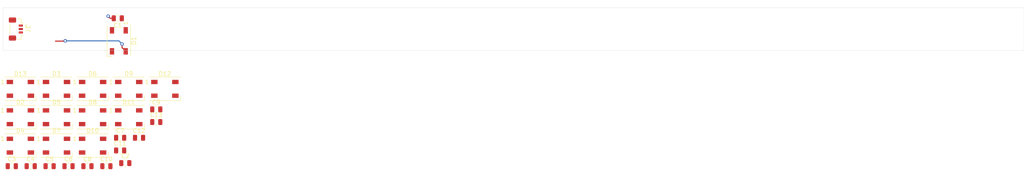
<source format=kicad_pcb>
(kicad_pcb (version 20171130) (host pcbnew "(5.1.5)-3")

  (general
    (thickness 1.6)
    (drawings 4)
    (tracks 11)
    (zones 0)
    (modules 27)
    (nets 17)
  )

  (page A4)
  (layers
    (0 F.Cu signal)
    (31 B.Cu signal)
    (32 B.Adhes user)
    (33 F.Adhes user)
    (34 B.Paste user)
    (35 F.Paste user)
    (36 B.SilkS user)
    (37 F.SilkS user)
    (38 B.Mask user)
    (39 F.Mask user)
    (40 Dwgs.User user)
    (41 Cmts.User user)
    (42 Eco1.User user)
    (43 Eco2.User user)
    (44 Edge.Cuts user)
    (45 Margin user)
    (46 B.CrtYd user)
    (47 F.CrtYd user)
    (48 B.Fab user)
    (49 F.Fab user)
  )

  (setup
    (last_trace_width 0.25)
    (trace_clearance 0.2)
    (zone_clearance 0.508)
    (zone_45_only no)
    (trace_min 0.2)
    (via_size 0.8)
    (via_drill 0.4)
    (via_min_size 0.4)
    (via_min_drill 0.3)
    (uvia_size 0.3)
    (uvia_drill 0.1)
    (uvias_allowed no)
    (uvia_min_size 0.2)
    (uvia_min_drill 0.1)
    (edge_width 0.05)
    (segment_width 0.2)
    (pcb_text_width 0.3)
    (pcb_text_size 1.5 1.5)
    (mod_edge_width 0.12)
    (mod_text_size 1 1)
    (mod_text_width 0.15)
    (pad_size 1.524 1.524)
    (pad_drill 0.762)
    (pad_to_mask_clearance 0.051)
    (solder_mask_min_width 0.25)
    (aux_axis_origin 0 0)
    (grid_origin 20.25 21.5)
    (visible_elements 7FFFFFFF)
    (pcbplotparams
      (layerselection 0x010fc_ffffffff)
      (usegerberextensions false)
      (usegerberattributes false)
      (usegerberadvancedattributes false)
      (creategerberjobfile false)
      (excludeedgelayer true)
      (linewidth 0.100000)
      (plotframeref false)
      (viasonmask false)
      (mode 1)
      (useauxorigin false)
      (hpglpennumber 1)
      (hpglpenspeed 20)
      (hpglpendiameter 15.000000)
      (psnegative false)
      (psa4output false)
      (plotreference true)
      (plotvalue true)
      (plotinvisibletext false)
      (padsonsilk false)
      (subtractmaskfromsilk false)
      (outputformat 1)
      (mirror false)
      (drillshape 1)
      (scaleselection 1)
      (outputdirectory ""))
  )

  (net 0 "")
  (net 1 +5V)
  (net 2 GND)
  (net 3 SIG)
  (net 4 "Net-(D1-Pad2)")
  (net 5 "Net-(D2-Pad2)")
  (net 6 "Net-(D3-Pad2)")
  (net 7 "Net-(D4-Pad2)")
  (net 8 "Net-(D5-Pad2)")
  (net 9 "Net-(D6-Pad2)")
  (net 10 DOUT7)
  (net 11 "Net-(D8-Pad2)")
  (net 12 "Net-(D10-Pad4)")
  (net 13 "Net-(D10-Pad2)")
  (net 14 "Net-(D11-Pad2)")
  (net 15 "Net-(D12-Pad2)")
  (net 16 "Net-(D13-Pad2)")

  (net_class Default "This is the default net class."
    (clearance 0.2)
    (trace_width 0.25)
    (via_dia 0.8)
    (via_drill 0.4)
    (uvia_dia 0.3)
    (uvia_drill 0.1)
    (add_net +5V)
    (add_net DOUT7)
    (add_net GND)
    (add_net "Net-(D1-Pad2)")
    (add_net "Net-(D10-Pad2)")
    (add_net "Net-(D10-Pad4)")
    (add_net "Net-(D11-Pad2)")
    (add_net "Net-(D12-Pad2)")
    (add_net "Net-(D13-Pad2)")
    (add_net "Net-(D2-Pad2)")
    (add_net "Net-(D3-Pad2)")
    (add_net "Net-(D4-Pad2)")
    (add_net "Net-(D5-Pad2)")
    (add_net "Net-(D6-Pad2)")
    (add_net "Net-(D8-Pad2)")
    (add_net SIG)
  )

  (module Connector_JST:JST_SUR_SM03B-SURS-TF_1x03-1MP_P0.80mm_Horizontal (layer F.Cu) (tedit 5B78AD88) (tstamp 5FE333E7)
    (at 23.25 26.5 270)
    (descr "JST SUR series connector, SM03B-SURS-TF (http://www.jst-mfg.com/product/pdf/eng/eSUR.pdf), generated with kicad-footprint-generator")
    (tags "connector JST SUR top entry")
    (path /5FE21D46)
    (attr smd)
    (fp_text reference J1 (at 0 -2.85 90) (layer F.SilkS)
      (effects (font (size 1 1) (thickness 0.15)))
    )
    (fp_text value Conn_01x03_Male (at 0 2.85 90) (layer F.Fab)
      (effects (font (size 1 1) (thickness 0.15)))
    )
    (fp_text user %R (at 0 0 90) (layer F.Fab)
      (effects (font (size 1 1) (thickness 0.15)))
    )
    (fp_line (start -0.55 -2.503553) (end -1.05 -2.503553) (layer F.SilkS) (width 0.12))
    (fp_line (start -0.8 -2.15) (end -0.55 -2.503553) (layer F.SilkS) (width 0.12))
    (fp_line (start -1.05 -2.503553) (end -0.8 -2.15) (layer F.SilkS) (width 0.12))
    (fp_line (start -0.8 -0.692893) (end -0.3 -1.4) (layer F.Fab) (width 0.1))
    (fp_line (start -1.3 -1.4) (end -0.8 -0.692893) (layer F.Fab) (width 0.1))
    (fp_line (start 3.2 -2.15) (end -3.2 -2.15) (layer F.CrtYd) (width 0.05))
    (fp_line (start 3.2 2.15) (end 3.2 -2.15) (layer F.CrtYd) (width 0.05))
    (fp_line (start -3.2 2.15) (end 3.2 2.15) (layer F.CrtYd) (width 0.05))
    (fp_line (start -3.2 -2.15) (end -3.2 2.15) (layer F.CrtYd) (width 0.05))
    (fp_line (start 2.3 -1.1) (end 2.3 1.3) (layer F.Fab) (width 0.1))
    (fp_line (start -2.3 -1.1) (end -2.3 1.3) (layer F.Fab) (width 0.1))
    (fp_line (start -2.3 1.3) (end 2.3 1.3) (layer F.Fab) (width 0.1))
    (fp_line (start -1.24 1.41) (end 1.24 1.41) (layer F.SilkS) (width 0.12))
    (fp_line (start 1.56 -1.51) (end 1.31 -1.51) (layer F.SilkS) (width 0.12))
    (fp_line (start 1.56 -1.21) (end 1.56 -1.51) (layer F.SilkS) (width 0.12))
    (fp_line (start 2.41 -1.21) (end 1.56 -1.21) (layer F.SilkS) (width 0.12))
    (fp_line (start 2.41 -0.31) (end 2.41 -1.21) (layer F.SilkS) (width 0.12))
    (fp_line (start -1.31 -1.51) (end -1.31 -1.65) (layer F.SilkS) (width 0.12))
    (fp_line (start -1.56 -1.51) (end -1.31 -1.51) (layer F.SilkS) (width 0.12))
    (fp_line (start -1.56 -1.21) (end -1.56 -1.51) (layer F.SilkS) (width 0.12))
    (fp_line (start -2.41 -1.21) (end -1.56 -1.21) (layer F.SilkS) (width 0.12))
    (fp_line (start -2.41 -0.31) (end -2.41 -1.21) (layer F.SilkS) (width 0.12))
    (fp_line (start 1.45 -1.1) (end 2.3 -1.1) (layer F.Fab) (width 0.1))
    (fp_line (start 1.45 -1.4) (end 1.45 -1.1) (layer F.Fab) (width 0.1))
    (fp_line (start -1.45 -1.4) (end 1.45 -1.4) (layer F.Fab) (width 0.1))
    (fp_line (start -1.45 -1.1) (end -1.45 -1.4) (layer F.Fab) (width 0.1))
    (fp_line (start -2.3 -1.1) (end -1.45 -1.1) (layer F.Fab) (width 0.1))
    (pad MP smd roundrect (at 2.1 0.8 270) (size 1.2 1.7) (layers F.Cu F.Paste F.Mask) (roundrect_rratio 0.208333))
    (pad MP smd roundrect (at -2.1 0.8 270) (size 1.2 1.7) (layers F.Cu F.Paste F.Mask) (roundrect_rratio 0.208333))
    (pad 3 smd roundrect (at 0.8 -1.15 270) (size 0.5 1) (layers F.Cu F.Paste F.Mask) (roundrect_rratio 0.25)
      (net 2 GND))
    (pad 2 smd roundrect (at 0 -1.15 270) (size 0.5 1) (layers F.Cu F.Paste F.Mask) (roundrect_rratio 0.25)
      (net 3 SIG))
    (pad 1 smd roundrect (at -0.8 -1.15 270) (size 0.5 1) (layers F.Cu F.Paste F.Mask) (roundrect_rratio 0.25)
      (net 1 +5V))
    (model ${KISYS3DMOD}/Connector_JST.3dshapes/JST_SUR_SM03B-SURS-TF_1x03-1MP_P0.80mm_Horizontal.wrl
      (at (xyz 0 0 0))
      (scale (xyz 1 1 1))
      (rotate (xyz 0 0 0))
    )
  )

  (module LED_SMD:LED_WS2812B_PLCC4_5.0x5.0mm_P3.2mm (layer F.Cu) (tedit 5AA4B285) (tstamp 5FE31113)
    (at 24.295 40.445)
    (descr https://cdn-shop.adafruit.com/datasheets/WS2812B.pdf)
    (tags "LED RGB NeoPixel")
    (path /5FEA6E4C)
    (attr smd)
    (fp_text reference D13 (at 0 -3.5) (layer F.SilkS)
      (effects (font (size 1 1) (thickness 0.15)))
    )
    (fp_text value WS2812B (at 0 4) (layer F.Fab)
      (effects (font (size 1 1) (thickness 0.15)))
    )
    (fp_circle (center 0 0) (end 0 -2) (layer F.Fab) (width 0.1))
    (fp_line (start 3.65 2.75) (end 3.65 1.6) (layer F.SilkS) (width 0.12))
    (fp_line (start -3.65 2.75) (end 3.65 2.75) (layer F.SilkS) (width 0.12))
    (fp_line (start -3.65 -2.75) (end 3.65 -2.75) (layer F.SilkS) (width 0.12))
    (fp_line (start 2.5 -2.5) (end -2.5 -2.5) (layer F.Fab) (width 0.1))
    (fp_line (start 2.5 2.5) (end 2.5 -2.5) (layer F.Fab) (width 0.1))
    (fp_line (start -2.5 2.5) (end 2.5 2.5) (layer F.Fab) (width 0.1))
    (fp_line (start -2.5 -2.5) (end -2.5 2.5) (layer F.Fab) (width 0.1))
    (fp_line (start 2.5 1.5) (end 1.5 2.5) (layer F.Fab) (width 0.1))
    (fp_line (start -3.45 -2.75) (end -3.45 2.75) (layer F.CrtYd) (width 0.05))
    (fp_line (start -3.45 2.75) (end 3.45 2.75) (layer F.CrtYd) (width 0.05))
    (fp_line (start 3.45 2.75) (end 3.45 -2.75) (layer F.CrtYd) (width 0.05))
    (fp_line (start 3.45 -2.75) (end -3.45 -2.75) (layer F.CrtYd) (width 0.05))
    (fp_text user %R (at 0 0) (layer F.Fab)
      (effects (font (size 0.8 0.8) (thickness 0.15)))
    )
    (fp_text user 1 (at -4.15 -1.6) (layer F.SilkS)
      (effects (font (size 1 1) (thickness 0.15)))
    )
    (pad 1 smd rect (at -2.45 -1.6) (size 1.5 1) (layers F.Cu F.Paste F.Mask)
      (net 1 +5V))
    (pad 2 smd rect (at -2.45 1.6) (size 1.5 1) (layers F.Cu F.Paste F.Mask)
      (net 16 "Net-(D13-Pad2)"))
    (pad 4 smd rect (at 2.45 -1.6) (size 1.5 1) (layers F.Cu F.Paste F.Mask)
      (net 15 "Net-(D12-Pad2)"))
    (pad 3 smd rect (at 2.45 1.6) (size 1.5 1) (layers F.Cu F.Paste F.Mask)
      (net 2 GND))
    (model ${KISYS3DMOD}/LED_SMD.3dshapes/LED_WS2812B_PLCC4_5.0x5.0mm_P3.2mm.wrl
      (at (xyz 0 0 0))
      (scale (xyz 1 1 1))
      (rotate (xyz 0 0 0))
    )
  )

  (module LED_SMD:LED_WS2812B_PLCC4_5.0x5.0mm_P3.2mm (layer F.Cu) (tedit 5AA4B285) (tstamp 5FE310FC)
    (at 57.975 40.445)
    (descr https://cdn-shop.adafruit.com/datasheets/WS2812B.pdf)
    (tags "LED RGB NeoPixel")
    (path /5FEA6E46)
    (attr smd)
    (fp_text reference D12 (at 0 -3.5) (layer F.SilkS)
      (effects (font (size 1 1) (thickness 0.15)))
    )
    (fp_text value WS2812B (at 0 4) (layer F.Fab)
      (effects (font (size 1 1) (thickness 0.15)))
    )
    (fp_circle (center 0 0) (end 0 -2) (layer F.Fab) (width 0.1))
    (fp_line (start 3.65 2.75) (end 3.65 1.6) (layer F.SilkS) (width 0.12))
    (fp_line (start -3.65 2.75) (end 3.65 2.75) (layer F.SilkS) (width 0.12))
    (fp_line (start -3.65 -2.75) (end 3.65 -2.75) (layer F.SilkS) (width 0.12))
    (fp_line (start 2.5 -2.5) (end -2.5 -2.5) (layer F.Fab) (width 0.1))
    (fp_line (start 2.5 2.5) (end 2.5 -2.5) (layer F.Fab) (width 0.1))
    (fp_line (start -2.5 2.5) (end 2.5 2.5) (layer F.Fab) (width 0.1))
    (fp_line (start -2.5 -2.5) (end -2.5 2.5) (layer F.Fab) (width 0.1))
    (fp_line (start 2.5 1.5) (end 1.5 2.5) (layer F.Fab) (width 0.1))
    (fp_line (start -3.45 -2.75) (end -3.45 2.75) (layer F.CrtYd) (width 0.05))
    (fp_line (start -3.45 2.75) (end 3.45 2.75) (layer F.CrtYd) (width 0.05))
    (fp_line (start 3.45 2.75) (end 3.45 -2.75) (layer F.CrtYd) (width 0.05))
    (fp_line (start 3.45 -2.75) (end -3.45 -2.75) (layer F.CrtYd) (width 0.05))
    (fp_text user %R (at 0 0) (layer F.Fab)
      (effects (font (size 0.8 0.8) (thickness 0.15)))
    )
    (fp_text user 1 (at -4.15 -1.6) (layer F.SilkS)
      (effects (font (size 1 1) (thickness 0.15)))
    )
    (pad 1 smd rect (at -2.45 -1.6) (size 1.5 1) (layers F.Cu F.Paste F.Mask)
      (net 1 +5V))
    (pad 2 smd rect (at -2.45 1.6) (size 1.5 1) (layers F.Cu F.Paste F.Mask)
      (net 15 "Net-(D12-Pad2)"))
    (pad 4 smd rect (at 2.45 -1.6) (size 1.5 1) (layers F.Cu F.Paste F.Mask)
      (net 14 "Net-(D11-Pad2)"))
    (pad 3 smd rect (at 2.45 1.6) (size 1.5 1) (layers F.Cu F.Paste F.Mask)
      (net 2 GND))
    (model ${KISYS3DMOD}/LED_SMD.3dshapes/LED_WS2812B_PLCC4_5.0x5.0mm_P3.2mm.wrl
      (at (xyz 0 0 0))
      (scale (xyz 1 1 1))
      (rotate (xyz 0 0 0))
    )
  )

  (module LED_SMD:LED_WS2812B_PLCC4_5.0x5.0mm_P3.2mm (layer F.Cu) (tedit 5AA4B285) (tstamp 5FE310E5)
    (at 49.555 47.065)
    (descr https://cdn-shop.adafruit.com/datasheets/WS2812B.pdf)
    (tags "LED RGB NeoPixel")
    (path /5FEA6E40)
    (attr smd)
    (fp_text reference D11 (at 0 -3.5) (layer F.SilkS)
      (effects (font (size 1 1) (thickness 0.15)))
    )
    (fp_text value WS2812B (at 0 4) (layer F.Fab)
      (effects (font (size 1 1) (thickness 0.15)))
    )
    (fp_circle (center 0 0) (end 0 -2) (layer F.Fab) (width 0.1))
    (fp_line (start 3.65 2.75) (end 3.65 1.6) (layer F.SilkS) (width 0.12))
    (fp_line (start -3.65 2.75) (end 3.65 2.75) (layer F.SilkS) (width 0.12))
    (fp_line (start -3.65 -2.75) (end 3.65 -2.75) (layer F.SilkS) (width 0.12))
    (fp_line (start 2.5 -2.5) (end -2.5 -2.5) (layer F.Fab) (width 0.1))
    (fp_line (start 2.5 2.5) (end 2.5 -2.5) (layer F.Fab) (width 0.1))
    (fp_line (start -2.5 2.5) (end 2.5 2.5) (layer F.Fab) (width 0.1))
    (fp_line (start -2.5 -2.5) (end -2.5 2.5) (layer F.Fab) (width 0.1))
    (fp_line (start 2.5 1.5) (end 1.5 2.5) (layer F.Fab) (width 0.1))
    (fp_line (start -3.45 -2.75) (end -3.45 2.75) (layer F.CrtYd) (width 0.05))
    (fp_line (start -3.45 2.75) (end 3.45 2.75) (layer F.CrtYd) (width 0.05))
    (fp_line (start 3.45 2.75) (end 3.45 -2.75) (layer F.CrtYd) (width 0.05))
    (fp_line (start 3.45 -2.75) (end -3.45 -2.75) (layer F.CrtYd) (width 0.05))
    (fp_text user %R (at 0 0) (layer F.Fab)
      (effects (font (size 0.8 0.8) (thickness 0.15)))
    )
    (fp_text user 1 (at -4.15 -1.6) (layer F.SilkS)
      (effects (font (size 1 1) (thickness 0.15)))
    )
    (pad 1 smd rect (at -2.45 -1.6) (size 1.5 1) (layers F.Cu F.Paste F.Mask)
      (net 1 +5V))
    (pad 2 smd rect (at -2.45 1.6) (size 1.5 1) (layers F.Cu F.Paste F.Mask)
      (net 14 "Net-(D11-Pad2)"))
    (pad 4 smd rect (at 2.45 -1.6) (size 1.5 1) (layers F.Cu F.Paste F.Mask)
      (net 13 "Net-(D10-Pad2)"))
    (pad 3 smd rect (at 2.45 1.6) (size 1.5 1) (layers F.Cu F.Paste F.Mask)
      (net 2 GND))
    (model ${KISYS3DMOD}/LED_SMD.3dshapes/LED_WS2812B_PLCC4_5.0x5.0mm_P3.2mm.wrl
      (at (xyz 0 0 0))
      (scale (xyz 1 1 1))
      (rotate (xyz 0 0 0))
    )
  )

  (module LED_SMD:LED_WS2812B_PLCC4_5.0x5.0mm_P3.2mm (layer F.Cu) (tedit 5AA4B285) (tstamp 5FE310CE)
    (at 41.135 53.685)
    (descr https://cdn-shop.adafruit.com/datasheets/WS2812B.pdf)
    (tags "LED RGB NeoPixel")
    (path /5FEA6E3A)
    (attr smd)
    (fp_text reference D10 (at 0 -3.5) (layer F.SilkS)
      (effects (font (size 1 1) (thickness 0.15)))
    )
    (fp_text value WS2812B (at 0 4) (layer F.Fab)
      (effects (font (size 1 1) (thickness 0.15)))
    )
    (fp_circle (center 0 0) (end 0 -2) (layer F.Fab) (width 0.1))
    (fp_line (start 3.65 2.75) (end 3.65 1.6) (layer F.SilkS) (width 0.12))
    (fp_line (start -3.65 2.75) (end 3.65 2.75) (layer F.SilkS) (width 0.12))
    (fp_line (start -3.65 -2.75) (end 3.65 -2.75) (layer F.SilkS) (width 0.12))
    (fp_line (start 2.5 -2.5) (end -2.5 -2.5) (layer F.Fab) (width 0.1))
    (fp_line (start 2.5 2.5) (end 2.5 -2.5) (layer F.Fab) (width 0.1))
    (fp_line (start -2.5 2.5) (end 2.5 2.5) (layer F.Fab) (width 0.1))
    (fp_line (start -2.5 -2.5) (end -2.5 2.5) (layer F.Fab) (width 0.1))
    (fp_line (start 2.5 1.5) (end 1.5 2.5) (layer F.Fab) (width 0.1))
    (fp_line (start -3.45 -2.75) (end -3.45 2.75) (layer F.CrtYd) (width 0.05))
    (fp_line (start -3.45 2.75) (end 3.45 2.75) (layer F.CrtYd) (width 0.05))
    (fp_line (start 3.45 2.75) (end 3.45 -2.75) (layer F.CrtYd) (width 0.05))
    (fp_line (start 3.45 -2.75) (end -3.45 -2.75) (layer F.CrtYd) (width 0.05))
    (fp_text user %R (at 0 0) (layer F.Fab)
      (effects (font (size 0.8 0.8) (thickness 0.15)))
    )
    (fp_text user 1 (at -4.15 -1.6) (layer F.SilkS)
      (effects (font (size 1 1) (thickness 0.15)))
    )
    (pad 1 smd rect (at -2.45 -1.6) (size 1.5 1) (layers F.Cu F.Paste F.Mask)
      (net 1 +5V))
    (pad 2 smd rect (at -2.45 1.6) (size 1.5 1) (layers F.Cu F.Paste F.Mask)
      (net 13 "Net-(D10-Pad2)"))
    (pad 4 smd rect (at 2.45 -1.6) (size 1.5 1) (layers F.Cu F.Paste F.Mask)
      (net 12 "Net-(D10-Pad4)"))
    (pad 3 smd rect (at 2.45 1.6) (size 1.5 1) (layers F.Cu F.Paste F.Mask)
      (net 2 GND))
    (model ${KISYS3DMOD}/LED_SMD.3dshapes/LED_WS2812B_PLCC4_5.0x5.0mm_P3.2mm.wrl
      (at (xyz 0 0 0))
      (scale (xyz 1 1 1))
      (rotate (xyz 0 0 0))
    )
  )

  (module LED_SMD:LED_WS2812B_PLCC4_5.0x5.0mm_P3.2mm (layer F.Cu) (tedit 5AA4B285) (tstamp 5FE310B7)
    (at 49.555 40.445)
    (descr https://cdn-shop.adafruit.com/datasheets/WS2812B.pdf)
    (tags "LED RGB NeoPixel")
    (path /5FEA6E34)
    (attr smd)
    (fp_text reference D9 (at 0 -3.5) (layer F.SilkS)
      (effects (font (size 1 1) (thickness 0.15)))
    )
    (fp_text value WS2812B (at 0 4) (layer F.Fab)
      (effects (font (size 1 1) (thickness 0.15)))
    )
    (fp_circle (center 0 0) (end 0 -2) (layer F.Fab) (width 0.1))
    (fp_line (start 3.65 2.75) (end 3.65 1.6) (layer F.SilkS) (width 0.12))
    (fp_line (start -3.65 2.75) (end 3.65 2.75) (layer F.SilkS) (width 0.12))
    (fp_line (start -3.65 -2.75) (end 3.65 -2.75) (layer F.SilkS) (width 0.12))
    (fp_line (start 2.5 -2.5) (end -2.5 -2.5) (layer F.Fab) (width 0.1))
    (fp_line (start 2.5 2.5) (end 2.5 -2.5) (layer F.Fab) (width 0.1))
    (fp_line (start -2.5 2.5) (end 2.5 2.5) (layer F.Fab) (width 0.1))
    (fp_line (start -2.5 -2.5) (end -2.5 2.5) (layer F.Fab) (width 0.1))
    (fp_line (start 2.5 1.5) (end 1.5 2.5) (layer F.Fab) (width 0.1))
    (fp_line (start -3.45 -2.75) (end -3.45 2.75) (layer F.CrtYd) (width 0.05))
    (fp_line (start -3.45 2.75) (end 3.45 2.75) (layer F.CrtYd) (width 0.05))
    (fp_line (start 3.45 2.75) (end 3.45 -2.75) (layer F.CrtYd) (width 0.05))
    (fp_line (start 3.45 -2.75) (end -3.45 -2.75) (layer F.CrtYd) (width 0.05))
    (fp_text user %R (at 0 0) (layer F.Fab)
      (effects (font (size 0.8 0.8) (thickness 0.15)))
    )
    (fp_text user 1 (at -4.15 -1.6) (layer F.SilkS)
      (effects (font (size 1 1) (thickness 0.15)))
    )
    (pad 1 smd rect (at -2.45 -1.6) (size 1.5 1) (layers F.Cu F.Paste F.Mask)
      (net 1 +5V))
    (pad 2 smd rect (at -2.45 1.6) (size 1.5 1) (layers F.Cu F.Paste F.Mask)
      (net 12 "Net-(D10-Pad4)"))
    (pad 4 smd rect (at 2.45 -1.6) (size 1.5 1) (layers F.Cu F.Paste F.Mask)
      (net 11 "Net-(D8-Pad2)"))
    (pad 3 smd rect (at 2.45 1.6) (size 1.5 1) (layers F.Cu F.Paste F.Mask)
      (net 2 GND))
    (model ${KISYS3DMOD}/LED_SMD.3dshapes/LED_WS2812B_PLCC4_5.0x5.0mm_P3.2mm.wrl
      (at (xyz 0 0 0))
      (scale (xyz 1 1 1))
      (rotate (xyz 0 0 0))
    )
  )

  (module LED_SMD:LED_WS2812B_PLCC4_5.0x5.0mm_P3.2mm (layer F.Cu) (tedit 5AA4B285) (tstamp 5FE310A0)
    (at 41.135 47.065)
    (descr https://cdn-shop.adafruit.com/datasheets/WS2812B.pdf)
    (tags "LED RGB NeoPixel")
    (path /5FEA6E1B)
    (attr smd)
    (fp_text reference D8 (at 0 -3.5) (layer F.SilkS)
      (effects (font (size 1 1) (thickness 0.15)))
    )
    (fp_text value WS2812B (at 0 4) (layer F.Fab)
      (effects (font (size 1 1) (thickness 0.15)))
    )
    (fp_circle (center 0 0) (end 0 -2) (layer F.Fab) (width 0.1))
    (fp_line (start 3.65 2.75) (end 3.65 1.6) (layer F.SilkS) (width 0.12))
    (fp_line (start -3.65 2.75) (end 3.65 2.75) (layer F.SilkS) (width 0.12))
    (fp_line (start -3.65 -2.75) (end 3.65 -2.75) (layer F.SilkS) (width 0.12))
    (fp_line (start 2.5 -2.5) (end -2.5 -2.5) (layer F.Fab) (width 0.1))
    (fp_line (start 2.5 2.5) (end 2.5 -2.5) (layer F.Fab) (width 0.1))
    (fp_line (start -2.5 2.5) (end 2.5 2.5) (layer F.Fab) (width 0.1))
    (fp_line (start -2.5 -2.5) (end -2.5 2.5) (layer F.Fab) (width 0.1))
    (fp_line (start 2.5 1.5) (end 1.5 2.5) (layer F.Fab) (width 0.1))
    (fp_line (start -3.45 -2.75) (end -3.45 2.75) (layer F.CrtYd) (width 0.05))
    (fp_line (start -3.45 2.75) (end 3.45 2.75) (layer F.CrtYd) (width 0.05))
    (fp_line (start 3.45 2.75) (end 3.45 -2.75) (layer F.CrtYd) (width 0.05))
    (fp_line (start 3.45 -2.75) (end -3.45 -2.75) (layer F.CrtYd) (width 0.05))
    (fp_text user %R (at 0 0) (layer F.Fab)
      (effects (font (size 0.8 0.8) (thickness 0.15)))
    )
    (fp_text user 1 (at -4.15 -1.6) (layer F.SilkS)
      (effects (font (size 1 1) (thickness 0.15)))
    )
    (pad 1 smd rect (at -2.45 -1.6) (size 1.5 1) (layers F.Cu F.Paste F.Mask)
      (net 1 +5V))
    (pad 2 smd rect (at -2.45 1.6) (size 1.5 1) (layers F.Cu F.Paste F.Mask)
      (net 11 "Net-(D8-Pad2)"))
    (pad 4 smd rect (at 2.45 -1.6) (size 1.5 1) (layers F.Cu F.Paste F.Mask)
      (net 10 DOUT7))
    (pad 3 smd rect (at 2.45 1.6) (size 1.5 1) (layers F.Cu F.Paste F.Mask)
      (net 2 GND))
    (model ${KISYS3DMOD}/LED_SMD.3dshapes/LED_WS2812B_PLCC4_5.0x5.0mm_P3.2mm.wrl
      (at (xyz 0 0 0))
      (scale (xyz 1 1 1))
      (rotate (xyz 0 0 0))
    )
  )

  (module LED_SMD:LED_WS2812B_PLCC4_5.0x5.0mm_P3.2mm (layer F.Cu) (tedit 5AA4B285) (tstamp 5FE31089)
    (at 32.715 53.685)
    (descr https://cdn-shop.adafruit.com/datasheets/WS2812B.pdf)
    (tags "LED RGB NeoPixel")
    (path /5FE35CB6)
    (attr smd)
    (fp_text reference D7 (at 0 -3.5) (layer F.SilkS)
      (effects (font (size 1 1) (thickness 0.15)))
    )
    (fp_text value WS2812B (at 0 4) (layer F.Fab)
      (effects (font (size 1 1) (thickness 0.15)))
    )
    (fp_circle (center 0 0) (end 0 -2) (layer F.Fab) (width 0.1))
    (fp_line (start 3.65 2.75) (end 3.65 1.6) (layer F.SilkS) (width 0.12))
    (fp_line (start -3.65 2.75) (end 3.65 2.75) (layer F.SilkS) (width 0.12))
    (fp_line (start -3.65 -2.75) (end 3.65 -2.75) (layer F.SilkS) (width 0.12))
    (fp_line (start 2.5 -2.5) (end -2.5 -2.5) (layer F.Fab) (width 0.1))
    (fp_line (start 2.5 2.5) (end 2.5 -2.5) (layer F.Fab) (width 0.1))
    (fp_line (start -2.5 2.5) (end 2.5 2.5) (layer F.Fab) (width 0.1))
    (fp_line (start -2.5 -2.5) (end -2.5 2.5) (layer F.Fab) (width 0.1))
    (fp_line (start 2.5 1.5) (end 1.5 2.5) (layer F.Fab) (width 0.1))
    (fp_line (start -3.45 -2.75) (end -3.45 2.75) (layer F.CrtYd) (width 0.05))
    (fp_line (start -3.45 2.75) (end 3.45 2.75) (layer F.CrtYd) (width 0.05))
    (fp_line (start 3.45 2.75) (end 3.45 -2.75) (layer F.CrtYd) (width 0.05))
    (fp_line (start 3.45 -2.75) (end -3.45 -2.75) (layer F.CrtYd) (width 0.05))
    (fp_text user %R (at 0 0) (layer F.Fab)
      (effects (font (size 0.8 0.8) (thickness 0.15)))
    )
    (fp_text user 1 (at -4.15 -1.6) (layer F.SilkS)
      (effects (font (size 1 1) (thickness 0.15)))
    )
    (pad 1 smd rect (at -2.45 -1.6) (size 1.5 1) (layers F.Cu F.Paste F.Mask)
      (net 1 +5V))
    (pad 2 smd rect (at -2.45 1.6) (size 1.5 1) (layers F.Cu F.Paste F.Mask)
      (net 10 DOUT7))
    (pad 4 smd rect (at 2.45 -1.6) (size 1.5 1) (layers F.Cu F.Paste F.Mask)
      (net 9 "Net-(D6-Pad2)"))
    (pad 3 smd rect (at 2.45 1.6) (size 1.5 1) (layers F.Cu F.Paste F.Mask)
      (net 2 GND))
    (model ${KISYS3DMOD}/LED_SMD.3dshapes/LED_WS2812B_PLCC4_5.0x5.0mm_P3.2mm.wrl
      (at (xyz 0 0 0))
      (scale (xyz 1 1 1))
      (rotate (xyz 0 0 0))
    )
  )

  (module LED_SMD:LED_WS2812B_PLCC4_5.0x5.0mm_P3.2mm (layer F.Cu) (tedit 5AA4B285) (tstamp 5FE31072)
    (at 41.135 40.445)
    (descr https://cdn-shop.adafruit.com/datasheets/WS2812B.pdf)
    (tags "LED RGB NeoPixel")
    (path /5FE3524D)
    (attr smd)
    (fp_text reference D6 (at 0 -3.5) (layer F.SilkS)
      (effects (font (size 1 1) (thickness 0.15)))
    )
    (fp_text value WS2812B (at 0 4) (layer F.Fab)
      (effects (font (size 1 1) (thickness 0.15)))
    )
    (fp_circle (center 0 0) (end 0 -2) (layer F.Fab) (width 0.1))
    (fp_line (start 3.65 2.75) (end 3.65 1.6) (layer F.SilkS) (width 0.12))
    (fp_line (start -3.65 2.75) (end 3.65 2.75) (layer F.SilkS) (width 0.12))
    (fp_line (start -3.65 -2.75) (end 3.65 -2.75) (layer F.SilkS) (width 0.12))
    (fp_line (start 2.5 -2.5) (end -2.5 -2.5) (layer F.Fab) (width 0.1))
    (fp_line (start 2.5 2.5) (end 2.5 -2.5) (layer F.Fab) (width 0.1))
    (fp_line (start -2.5 2.5) (end 2.5 2.5) (layer F.Fab) (width 0.1))
    (fp_line (start -2.5 -2.5) (end -2.5 2.5) (layer F.Fab) (width 0.1))
    (fp_line (start 2.5 1.5) (end 1.5 2.5) (layer F.Fab) (width 0.1))
    (fp_line (start -3.45 -2.75) (end -3.45 2.75) (layer F.CrtYd) (width 0.05))
    (fp_line (start -3.45 2.75) (end 3.45 2.75) (layer F.CrtYd) (width 0.05))
    (fp_line (start 3.45 2.75) (end 3.45 -2.75) (layer F.CrtYd) (width 0.05))
    (fp_line (start 3.45 -2.75) (end -3.45 -2.75) (layer F.CrtYd) (width 0.05))
    (fp_text user %R (at 0 0) (layer F.Fab)
      (effects (font (size 0.8 0.8) (thickness 0.15)))
    )
    (fp_text user 1 (at -4.15 -1.6) (layer F.SilkS)
      (effects (font (size 1 1) (thickness 0.15)))
    )
    (pad 1 smd rect (at -2.45 -1.6) (size 1.5 1) (layers F.Cu F.Paste F.Mask)
      (net 1 +5V))
    (pad 2 smd rect (at -2.45 1.6) (size 1.5 1) (layers F.Cu F.Paste F.Mask)
      (net 9 "Net-(D6-Pad2)"))
    (pad 4 smd rect (at 2.45 -1.6) (size 1.5 1) (layers F.Cu F.Paste F.Mask)
      (net 8 "Net-(D5-Pad2)"))
    (pad 3 smd rect (at 2.45 1.6) (size 1.5 1) (layers F.Cu F.Paste F.Mask)
      (net 2 GND))
    (model ${KISYS3DMOD}/LED_SMD.3dshapes/LED_WS2812B_PLCC4_5.0x5.0mm_P3.2mm.wrl
      (at (xyz 0 0 0))
      (scale (xyz 1 1 1))
      (rotate (xyz 0 0 0))
    )
  )

  (module LED_SMD:LED_WS2812B_PLCC4_5.0x5.0mm_P3.2mm (layer F.Cu) (tedit 5AA4B285) (tstamp 5FE3105B)
    (at 32.715 47.065)
    (descr https://cdn-shop.adafruit.com/datasheets/WS2812B.pdf)
    (tags "LED RGB NeoPixel")
    (path /5FE34AA7)
    (attr smd)
    (fp_text reference D5 (at 0 -3.5) (layer F.SilkS)
      (effects (font (size 1 1) (thickness 0.15)))
    )
    (fp_text value WS2812B (at 0 4) (layer F.Fab)
      (effects (font (size 1 1) (thickness 0.15)))
    )
    (fp_circle (center 0 0) (end 0 -2) (layer F.Fab) (width 0.1))
    (fp_line (start 3.65 2.75) (end 3.65 1.6) (layer F.SilkS) (width 0.12))
    (fp_line (start -3.65 2.75) (end 3.65 2.75) (layer F.SilkS) (width 0.12))
    (fp_line (start -3.65 -2.75) (end 3.65 -2.75) (layer F.SilkS) (width 0.12))
    (fp_line (start 2.5 -2.5) (end -2.5 -2.5) (layer F.Fab) (width 0.1))
    (fp_line (start 2.5 2.5) (end 2.5 -2.5) (layer F.Fab) (width 0.1))
    (fp_line (start -2.5 2.5) (end 2.5 2.5) (layer F.Fab) (width 0.1))
    (fp_line (start -2.5 -2.5) (end -2.5 2.5) (layer F.Fab) (width 0.1))
    (fp_line (start 2.5 1.5) (end 1.5 2.5) (layer F.Fab) (width 0.1))
    (fp_line (start -3.45 -2.75) (end -3.45 2.75) (layer F.CrtYd) (width 0.05))
    (fp_line (start -3.45 2.75) (end 3.45 2.75) (layer F.CrtYd) (width 0.05))
    (fp_line (start 3.45 2.75) (end 3.45 -2.75) (layer F.CrtYd) (width 0.05))
    (fp_line (start 3.45 -2.75) (end -3.45 -2.75) (layer F.CrtYd) (width 0.05))
    (fp_text user %R (at 0 0) (layer F.Fab)
      (effects (font (size 0.8 0.8) (thickness 0.15)))
    )
    (fp_text user 1 (at -4.15 -1.6) (layer F.SilkS)
      (effects (font (size 1 1) (thickness 0.15)))
    )
    (pad 1 smd rect (at -2.45 -1.6) (size 1.5 1) (layers F.Cu F.Paste F.Mask)
      (net 1 +5V))
    (pad 2 smd rect (at -2.45 1.6) (size 1.5 1) (layers F.Cu F.Paste F.Mask)
      (net 8 "Net-(D5-Pad2)"))
    (pad 4 smd rect (at 2.45 -1.6) (size 1.5 1) (layers F.Cu F.Paste F.Mask)
      (net 7 "Net-(D4-Pad2)"))
    (pad 3 smd rect (at 2.45 1.6) (size 1.5 1) (layers F.Cu F.Paste F.Mask)
      (net 2 GND))
    (model ${KISYS3DMOD}/LED_SMD.3dshapes/LED_WS2812B_PLCC4_5.0x5.0mm_P3.2mm.wrl
      (at (xyz 0 0 0))
      (scale (xyz 1 1 1))
      (rotate (xyz 0 0 0))
    )
  )

  (module LED_SMD:LED_WS2812B_PLCC4_5.0x5.0mm_P3.2mm (layer F.Cu) (tedit 5AA4B285) (tstamp 5FE31044)
    (at 24.295 53.685)
    (descr https://cdn-shop.adafruit.com/datasheets/WS2812B.pdf)
    (tags "LED RGB NeoPixel")
    (path /5FE3412F)
    (attr smd)
    (fp_text reference D4 (at 0 -3.5) (layer F.SilkS)
      (effects (font (size 1 1) (thickness 0.15)))
    )
    (fp_text value WS2812B (at 0 4) (layer F.Fab)
      (effects (font (size 1 1) (thickness 0.15)))
    )
    (fp_circle (center 0 0) (end 0 -2) (layer F.Fab) (width 0.1))
    (fp_line (start 3.65 2.75) (end 3.65 1.6) (layer F.SilkS) (width 0.12))
    (fp_line (start -3.65 2.75) (end 3.65 2.75) (layer F.SilkS) (width 0.12))
    (fp_line (start -3.65 -2.75) (end 3.65 -2.75) (layer F.SilkS) (width 0.12))
    (fp_line (start 2.5 -2.5) (end -2.5 -2.5) (layer F.Fab) (width 0.1))
    (fp_line (start 2.5 2.5) (end 2.5 -2.5) (layer F.Fab) (width 0.1))
    (fp_line (start -2.5 2.5) (end 2.5 2.5) (layer F.Fab) (width 0.1))
    (fp_line (start -2.5 -2.5) (end -2.5 2.5) (layer F.Fab) (width 0.1))
    (fp_line (start 2.5 1.5) (end 1.5 2.5) (layer F.Fab) (width 0.1))
    (fp_line (start -3.45 -2.75) (end -3.45 2.75) (layer F.CrtYd) (width 0.05))
    (fp_line (start -3.45 2.75) (end 3.45 2.75) (layer F.CrtYd) (width 0.05))
    (fp_line (start 3.45 2.75) (end 3.45 -2.75) (layer F.CrtYd) (width 0.05))
    (fp_line (start 3.45 -2.75) (end -3.45 -2.75) (layer F.CrtYd) (width 0.05))
    (fp_text user %R (at 0 0) (layer F.Fab)
      (effects (font (size 0.8 0.8) (thickness 0.15)))
    )
    (fp_text user 1 (at -4.15 -1.6) (layer F.SilkS)
      (effects (font (size 1 1) (thickness 0.15)))
    )
    (pad 1 smd rect (at -2.45 -1.6) (size 1.5 1) (layers F.Cu F.Paste F.Mask)
      (net 1 +5V))
    (pad 2 smd rect (at -2.45 1.6) (size 1.5 1) (layers F.Cu F.Paste F.Mask)
      (net 7 "Net-(D4-Pad2)"))
    (pad 4 smd rect (at 2.45 -1.6) (size 1.5 1) (layers F.Cu F.Paste F.Mask)
      (net 6 "Net-(D3-Pad2)"))
    (pad 3 smd rect (at 2.45 1.6) (size 1.5 1) (layers F.Cu F.Paste F.Mask)
      (net 2 GND))
    (model ${KISYS3DMOD}/LED_SMD.3dshapes/LED_WS2812B_PLCC4_5.0x5.0mm_P3.2mm.wrl
      (at (xyz 0 0 0))
      (scale (xyz 1 1 1))
      (rotate (xyz 0 0 0))
    )
  )

  (module LED_SMD:LED_WS2812B_PLCC4_5.0x5.0mm_P3.2mm (layer F.Cu) (tedit 5AA4B285) (tstamp 5FE3102D)
    (at 32.715 40.445)
    (descr https://cdn-shop.adafruit.com/datasheets/WS2812B.pdf)
    (tags "LED RGB NeoPixel")
    (path /5FE337A4)
    (attr smd)
    (fp_text reference D3 (at 0 -3.5) (layer F.SilkS)
      (effects (font (size 1 1) (thickness 0.15)))
    )
    (fp_text value WS2812B (at 0 4) (layer F.Fab)
      (effects (font (size 1 1) (thickness 0.15)))
    )
    (fp_circle (center 0 0) (end 0 -2) (layer F.Fab) (width 0.1))
    (fp_line (start 3.65 2.75) (end 3.65 1.6) (layer F.SilkS) (width 0.12))
    (fp_line (start -3.65 2.75) (end 3.65 2.75) (layer F.SilkS) (width 0.12))
    (fp_line (start -3.65 -2.75) (end 3.65 -2.75) (layer F.SilkS) (width 0.12))
    (fp_line (start 2.5 -2.5) (end -2.5 -2.5) (layer F.Fab) (width 0.1))
    (fp_line (start 2.5 2.5) (end 2.5 -2.5) (layer F.Fab) (width 0.1))
    (fp_line (start -2.5 2.5) (end 2.5 2.5) (layer F.Fab) (width 0.1))
    (fp_line (start -2.5 -2.5) (end -2.5 2.5) (layer F.Fab) (width 0.1))
    (fp_line (start 2.5 1.5) (end 1.5 2.5) (layer F.Fab) (width 0.1))
    (fp_line (start -3.45 -2.75) (end -3.45 2.75) (layer F.CrtYd) (width 0.05))
    (fp_line (start -3.45 2.75) (end 3.45 2.75) (layer F.CrtYd) (width 0.05))
    (fp_line (start 3.45 2.75) (end 3.45 -2.75) (layer F.CrtYd) (width 0.05))
    (fp_line (start 3.45 -2.75) (end -3.45 -2.75) (layer F.CrtYd) (width 0.05))
    (fp_text user %R (at 0 0) (layer F.Fab)
      (effects (font (size 0.8 0.8) (thickness 0.15)))
    )
    (fp_text user 1 (at -4.15 -1.6) (layer F.SilkS)
      (effects (font (size 1 1) (thickness 0.15)))
    )
    (pad 1 smd rect (at -2.45 -1.6) (size 1.5 1) (layers F.Cu F.Paste F.Mask)
      (net 1 +5V))
    (pad 2 smd rect (at -2.45 1.6) (size 1.5 1) (layers F.Cu F.Paste F.Mask)
      (net 6 "Net-(D3-Pad2)"))
    (pad 4 smd rect (at 2.45 -1.6) (size 1.5 1) (layers F.Cu F.Paste F.Mask)
      (net 5 "Net-(D2-Pad2)"))
    (pad 3 smd rect (at 2.45 1.6) (size 1.5 1) (layers F.Cu F.Paste F.Mask)
      (net 2 GND))
    (model ${KISYS3DMOD}/LED_SMD.3dshapes/LED_WS2812B_PLCC4_5.0x5.0mm_P3.2mm.wrl
      (at (xyz 0 0 0))
      (scale (xyz 1 1 1))
      (rotate (xyz 0 0 0))
    )
  )

  (module LED_SMD:LED_WS2812B_PLCC4_5.0x5.0mm_P3.2mm (layer F.Cu) (tedit 5AA4B285) (tstamp 5FE31016)
    (at 24.295 47.065)
    (descr https://cdn-shop.adafruit.com/datasheets/WS2812B.pdf)
    (tags "LED RGB NeoPixel")
    (path /5FE3284E)
    (attr smd)
    (fp_text reference D2 (at 0 -3.5) (layer F.SilkS)
      (effects (font (size 1 1) (thickness 0.15)))
    )
    (fp_text value WS2812B (at 0 4) (layer F.Fab)
      (effects (font (size 1 1) (thickness 0.15)))
    )
    (fp_circle (center 0 0) (end 0 -2) (layer F.Fab) (width 0.1))
    (fp_line (start 3.65 2.75) (end 3.65 1.6) (layer F.SilkS) (width 0.12))
    (fp_line (start -3.65 2.75) (end 3.65 2.75) (layer F.SilkS) (width 0.12))
    (fp_line (start -3.65 -2.75) (end 3.65 -2.75) (layer F.SilkS) (width 0.12))
    (fp_line (start 2.5 -2.5) (end -2.5 -2.5) (layer F.Fab) (width 0.1))
    (fp_line (start 2.5 2.5) (end 2.5 -2.5) (layer F.Fab) (width 0.1))
    (fp_line (start -2.5 2.5) (end 2.5 2.5) (layer F.Fab) (width 0.1))
    (fp_line (start -2.5 -2.5) (end -2.5 2.5) (layer F.Fab) (width 0.1))
    (fp_line (start 2.5 1.5) (end 1.5 2.5) (layer F.Fab) (width 0.1))
    (fp_line (start -3.45 -2.75) (end -3.45 2.75) (layer F.CrtYd) (width 0.05))
    (fp_line (start -3.45 2.75) (end 3.45 2.75) (layer F.CrtYd) (width 0.05))
    (fp_line (start 3.45 2.75) (end 3.45 -2.75) (layer F.CrtYd) (width 0.05))
    (fp_line (start 3.45 -2.75) (end -3.45 -2.75) (layer F.CrtYd) (width 0.05))
    (fp_text user %R (at 0 0) (layer F.Fab)
      (effects (font (size 0.8 0.8) (thickness 0.15)))
    )
    (fp_text user 1 (at -4.15 -1.6) (layer F.SilkS)
      (effects (font (size 1 1) (thickness 0.15)))
    )
    (pad 1 smd rect (at -2.45 -1.6) (size 1.5 1) (layers F.Cu F.Paste F.Mask)
      (net 1 +5V))
    (pad 2 smd rect (at -2.45 1.6) (size 1.5 1) (layers F.Cu F.Paste F.Mask)
      (net 5 "Net-(D2-Pad2)"))
    (pad 4 smd rect (at 2.45 -1.6) (size 1.5 1) (layers F.Cu F.Paste F.Mask)
      (net 4 "Net-(D1-Pad2)"))
    (pad 3 smd rect (at 2.45 1.6) (size 1.5 1) (layers F.Cu F.Paste F.Mask)
      (net 2 GND))
    (model ${KISYS3DMOD}/LED_SMD.3dshapes/LED_WS2812B_PLCC4_5.0x5.0mm_P3.2mm.wrl
      (at (xyz 0 0 0))
      (scale (xyz 1 1 1))
      (rotate (xyz 0 0 0))
    )
  )

  (module Capacitor_SMD:C_0805_2012Metric (layer F.Cu) (tedit 5B36C52B) (tstamp 5FE30FD3)
    (at 55.97 48.18)
    (descr "Capacitor SMD 0805 (2012 Metric), square (rectangular) end terminal, IPC_7351 nominal, (Body size source: https://docs.google.com/spreadsheets/d/1BsfQQcO9C6DZCsRaXUlFlo91Tg2WpOkGARC1WS5S8t0/edit?usp=sharing), generated with kicad-footprint-generator")
    (tags capacitor)
    (path /5FEA6ED3)
    (attr smd)
    (fp_text reference C13 (at 0 -1.65) (layer F.SilkS)
      (effects (font (size 1 1) (thickness 0.15)))
    )
    (fp_text value 0.1uF (at 0 1.65) (layer F.Fab)
      (effects (font (size 1 1) (thickness 0.15)))
    )
    (fp_text user %R (at 0 0) (layer F.Fab)
      (effects (font (size 0.5 0.5) (thickness 0.08)))
    )
    (fp_line (start 1.68 0.95) (end -1.68 0.95) (layer F.CrtYd) (width 0.05))
    (fp_line (start 1.68 -0.95) (end 1.68 0.95) (layer F.CrtYd) (width 0.05))
    (fp_line (start -1.68 -0.95) (end 1.68 -0.95) (layer F.CrtYd) (width 0.05))
    (fp_line (start -1.68 0.95) (end -1.68 -0.95) (layer F.CrtYd) (width 0.05))
    (fp_line (start -0.258578 0.71) (end 0.258578 0.71) (layer F.SilkS) (width 0.12))
    (fp_line (start -0.258578 -0.71) (end 0.258578 -0.71) (layer F.SilkS) (width 0.12))
    (fp_line (start 1 0.6) (end -1 0.6) (layer F.Fab) (width 0.1))
    (fp_line (start 1 -0.6) (end 1 0.6) (layer F.Fab) (width 0.1))
    (fp_line (start -1 -0.6) (end 1 -0.6) (layer F.Fab) (width 0.1))
    (fp_line (start -1 0.6) (end -1 -0.6) (layer F.Fab) (width 0.1))
    (pad 2 smd roundrect (at 0.9375 0) (size 0.975 1.4) (layers F.Cu F.Paste F.Mask) (roundrect_rratio 0.25)
      (net 2 GND))
    (pad 1 smd roundrect (at -0.9375 0) (size 0.975 1.4) (layers F.Cu F.Paste F.Mask) (roundrect_rratio 0.25)
      (net 1 +5V))
    (model ${KISYS3DMOD}/Capacitor_SMD.3dshapes/C_0805_2012Metric.wrl
      (at (xyz 0 0 0))
      (scale (xyz 1 1 1))
      (rotate (xyz 0 0 0))
    )
  )

  (module Capacitor_SMD:C_0805_2012Metric (layer F.Cu) (tedit 5B36C52B) (tstamp 5FE30FC2)
    (at 51.96 51.85)
    (descr "Capacitor SMD 0805 (2012 Metric), square (rectangular) end terminal, IPC_7351 nominal, (Body size source: https://docs.google.com/spreadsheets/d/1BsfQQcO9C6DZCsRaXUlFlo91Tg2WpOkGARC1WS5S8t0/edit?usp=sharing), generated with kicad-footprint-generator")
    (tags capacitor)
    (path /5FEA6EC7)
    (attr smd)
    (fp_text reference C12 (at 0 -1.65) (layer F.SilkS)
      (effects (font (size 1 1) (thickness 0.15)))
    )
    (fp_text value 0.1uF (at 0 1.65) (layer F.Fab)
      (effects (font (size 1 1) (thickness 0.15)))
    )
    (fp_text user %R (at 0 0) (layer F.Fab)
      (effects (font (size 0.5 0.5) (thickness 0.08)))
    )
    (fp_line (start 1.68 0.95) (end -1.68 0.95) (layer F.CrtYd) (width 0.05))
    (fp_line (start 1.68 -0.95) (end 1.68 0.95) (layer F.CrtYd) (width 0.05))
    (fp_line (start -1.68 -0.95) (end 1.68 -0.95) (layer F.CrtYd) (width 0.05))
    (fp_line (start -1.68 0.95) (end -1.68 -0.95) (layer F.CrtYd) (width 0.05))
    (fp_line (start -0.258578 0.71) (end 0.258578 0.71) (layer F.SilkS) (width 0.12))
    (fp_line (start -0.258578 -0.71) (end 0.258578 -0.71) (layer F.SilkS) (width 0.12))
    (fp_line (start 1 0.6) (end -1 0.6) (layer F.Fab) (width 0.1))
    (fp_line (start 1 -0.6) (end 1 0.6) (layer F.Fab) (width 0.1))
    (fp_line (start -1 -0.6) (end 1 -0.6) (layer F.Fab) (width 0.1))
    (fp_line (start -1 0.6) (end -1 -0.6) (layer F.Fab) (width 0.1))
    (pad 2 smd roundrect (at 0.9375 0) (size 0.975 1.4) (layers F.Cu F.Paste F.Mask) (roundrect_rratio 0.25)
      (net 2 GND))
    (pad 1 smd roundrect (at -0.9375 0) (size 0.975 1.4) (layers F.Cu F.Paste F.Mask) (roundrect_rratio 0.25)
      (net 1 +5V))
    (model ${KISYS3DMOD}/Capacitor_SMD.3dshapes/C_0805_2012Metric.wrl
      (at (xyz 0 0 0))
      (scale (xyz 1 1 1))
      (rotate (xyz 0 0 0))
    )
  )

  (module Capacitor_SMD:C_0805_2012Metric (layer F.Cu) (tedit 5B36C52B) (tstamp 5FE30FB1)
    (at 47.55 54.8)
    (descr "Capacitor SMD 0805 (2012 Metric), square (rectangular) end terminal, IPC_7351 nominal, (Body size source: https://docs.google.com/spreadsheets/d/1BsfQQcO9C6DZCsRaXUlFlo91Tg2WpOkGARC1WS5S8t0/edit?usp=sharing), generated with kicad-footprint-generator")
    (tags capacitor)
    (path /5FEA6EBB)
    (attr smd)
    (fp_text reference C11 (at 0 -1.65) (layer F.SilkS)
      (effects (font (size 1 1) (thickness 0.15)))
    )
    (fp_text value 0.1uF (at 0 1.65) (layer F.Fab)
      (effects (font (size 1 1) (thickness 0.15)))
    )
    (fp_text user %R (at 0 0) (layer F.Fab)
      (effects (font (size 0.5 0.5) (thickness 0.08)))
    )
    (fp_line (start 1.68 0.95) (end -1.68 0.95) (layer F.CrtYd) (width 0.05))
    (fp_line (start 1.68 -0.95) (end 1.68 0.95) (layer F.CrtYd) (width 0.05))
    (fp_line (start -1.68 -0.95) (end 1.68 -0.95) (layer F.CrtYd) (width 0.05))
    (fp_line (start -1.68 0.95) (end -1.68 -0.95) (layer F.CrtYd) (width 0.05))
    (fp_line (start -0.258578 0.71) (end 0.258578 0.71) (layer F.SilkS) (width 0.12))
    (fp_line (start -0.258578 -0.71) (end 0.258578 -0.71) (layer F.SilkS) (width 0.12))
    (fp_line (start 1 0.6) (end -1 0.6) (layer F.Fab) (width 0.1))
    (fp_line (start 1 -0.6) (end 1 0.6) (layer F.Fab) (width 0.1))
    (fp_line (start -1 -0.6) (end 1 -0.6) (layer F.Fab) (width 0.1))
    (fp_line (start -1 0.6) (end -1 -0.6) (layer F.Fab) (width 0.1))
    (pad 2 smd roundrect (at 0.9375 0) (size 0.975 1.4) (layers F.Cu F.Paste F.Mask) (roundrect_rratio 0.25)
      (net 2 GND))
    (pad 1 smd roundrect (at -0.9375 0) (size 0.975 1.4) (layers F.Cu F.Paste F.Mask) (roundrect_rratio 0.25)
      (net 1 +5V))
    (model ${KISYS3DMOD}/Capacitor_SMD.3dshapes/C_0805_2012Metric.wrl
      (at (xyz 0 0 0))
      (scale (xyz 1 1 1))
      (rotate (xyz 0 0 0))
    )
  )

  (module Capacitor_SMD:C_0805_2012Metric (layer F.Cu) (tedit 5B36C52B) (tstamp 5FE30FA0)
    (at 44.34 58.47)
    (descr "Capacitor SMD 0805 (2012 Metric), square (rectangular) end terminal, IPC_7351 nominal, (Body size source: https://docs.google.com/spreadsheets/d/1BsfQQcO9C6DZCsRaXUlFlo91Tg2WpOkGARC1WS5S8t0/edit?usp=sharing), generated with kicad-footprint-generator")
    (tags capacitor)
    (path /5FEA6EAF)
    (attr smd)
    (fp_text reference C10 (at 0 -1.65) (layer F.SilkS)
      (effects (font (size 1 1) (thickness 0.15)))
    )
    (fp_text value 0.1uF (at 0 1.65) (layer F.Fab)
      (effects (font (size 1 1) (thickness 0.15)))
    )
    (fp_text user %R (at 0 0) (layer F.Fab)
      (effects (font (size 0.5 0.5) (thickness 0.08)))
    )
    (fp_line (start 1.68 0.95) (end -1.68 0.95) (layer F.CrtYd) (width 0.05))
    (fp_line (start 1.68 -0.95) (end 1.68 0.95) (layer F.CrtYd) (width 0.05))
    (fp_line (start -1.68 -0.95) (end 1.68 -0.95) (layer F.CrtYd) (width 0.05))
    (fp_line (start -1.68 0.95) (end -1.68 -0.95) (layer F.CrtYd) (width 0.05))
    (fp_line (start -0.258578 0.71) (end 0.258578 0.71) (layer F.SilkS) (width 0.12))
    (fp_line (start -0.258578 -0.71) (end 0.258578 -0.71) (layer F.SilkS) (width 0.12))
    (fp_line (start 1 0.6) (end -1 0.6) (layer F.Fab) (width 0.1))
    (fp_line (start 1 -0.6) (end 1 0.6) (layer F.Fab) (width 0.1))
    (fp_line (start -1 -0.6) (end 1 -0.6) (layer F.Fab) (width 0.1))
    (fp_line (start -1 0.6) (end -1 -0.6) (layer F.Fab) (width 0.1))
    (pad 2 smd roundrect (at 0.9375 0) (size 0.975 1.4) (layers F.Cu F.Paste F.Mask) (roundrect_rratio 0.25)
      (net 2 GND))
    (pad 1 smd roundrect (at -0.9375 0) (size 0.975 1.4) (layers F.Cu F.Paste F.Mask) (roundrect_rratio 0.25)
      (net 1 +5V))
    (model ${KISYS3DMOD}/Capacitor_SMD.3dshapes/C_0805_2012Metric.wrl
      (at (xyz 0 0 0))
      (scale (xyz 1 1 1))
      (rotate (xyz 0 0 0))
    )
  )

  (module Capacitor_SMD:C_0805_2012Metric (layer F.Cu) (tedit 5B36C52B) (tstamp 5FE30F8F)
    (at 55.97 45.23)
    (descr "Capacitor SMD 0805 (2012 Metric), square (rectangular) end terminal, IPC_7351 nominal, (Body size source: https://docs.google.com/spreadsheets/d/1BsfQQcO9C6DZCsRaXUlFlo91Tg2WpOkGARC1WS5S8t0/edit?usp=sharing), generated with kicad-footprint-generator")
    (tags capacitor)
    (path /5FEA6EA3)
    (attr smd)
    (fp_text reference C9 (at 0 -1.65) (layer F.SilkS)
      (effects (font (size 1 1) (thickness 0.15)))
    )
    (fp_text value 0.1uF (at 0 1.65) (layer F.Fab)
      (effects (font (size 1 1) (thickness 0.15)))
    )
    (fp_text user %R (at 0 0) (layer F.Fab)
      (effects (font (size 0.5 0.5) (thickness 0.08)))
    )
    (fp_line (start 1.68 0.95) (end -1.68 0.95) (layer F.CrtYd) (width 0.05))
    (fp_line (start 1.68 -0.95) (end 1.68 0.95) (layer F.CrtYd) (width 0.05))
    (fp_line (start -1.68 -0.95) (end 1.68 -0.95) (layer F.CrtYd) (width 0.05))
    (fp_line (start -1.68 0.95) (end -1.68 -0.95) (layer F.CrtYd) (width 0.05))
    (fp_line (start -0.258578 0.71) (end 0.258578 0.71) (layer F.SilkS) (width 0.12))
    (fp_line (start -0.258578 -0.71) (end 0.258578 -0.71) (layer F.SilkS) (width 0.12))
    (fp_line (start 1 0.6) (end -1 0.6) (layer F.Fab) (width 0.1))
    (fp_line (start 1 -0.6) (end 1 0.6) (layer F.Fab) (width 0.1))
    (fp_line (start -1 -0.6) (end 1 -0.6) (layer F.Fab) (width 0.1))
    (fp_line (start -1 0.6) (end -1 -0.6) (layer F.Fab) (width 0.1))
    (pad 2 smd roundrect (at 0.9375 0) (size 0.975 1.4) (layers F.Cu F.Paste F.Mask) (roundrect_rratio 0.25)
      (net 2 GND))
    (pad 1 smd roundrect (at -0.9375 0) (size 0.975 1.4) (layers F.Cu F.Paste F.Mask) (roundrect_rratio 0.25)
      (net 1 +5V))
    (model ${KISYS3DMOD}/Capacitor_SMD.3dshapes/C_0805_2012Metric.wrl
      (at (xyz 0 0 0))
      (scale (xyz 1 1 1))
      (rotate (xyz 0 0 0))
    )
  )

  (module Capacitor_SMD:C_0805_2012Metric (layer F.Cu) (tedit 5B36C52B) (tstamp 5FE30F7E)
    (at 39.93 58.47)
    (descr "Capacitor SMD 0805 (2012 Metric), square (rectangular) end terminal, IPC_7351 nominal, (Body size source: https://docs.google.com/spreadsheets/d/1BsfQQcO9C6DZCsRaXUlFlo91Tg2WpOkGARC1WS5S8t0/edit?usp=sharing), generated with kicad-footprint-generator")
    (tags capacitor)
    (path /5FEA6E2E)
    (attr smd)
    (fp_text reference C8 (at 0 -1.65) (layer F.SilkS)
      (effects (font (size 1 1) (thickness 0.15)))
    )
    (fp_text value 0.1uF (at 0 1.65) (layer F.Fab)
      (effects (font (size 1 1) (thickness 0.15)))
    )
    (fp_text user %R (at 0 0) (layer F.Fab)
      (effects (font (size 0.5 0.5) (thickness 0.08)))
    )
    (fp_line (start 1.68 0.95) (end -1.68 0.95) (layer F.CrtYd) (width 0.05))
    (fp_line (start 1.68 -0.95) (end 1.68 0.95) (layer F.CrtYd) (width 0.05))
    (fp_line (start -1.68 -0.95) (end 1.68 -0.95) (layer F.CrtYd) (width 0.05))
    (fp_line (start -1.68 0.95) (end -1.68 -0.95) (layer F.CrtYd) (width 0.05))
    (fp_line (start -0.258578 0.71) (end 0.258578 0.71) (layer F.SilkS) (width 0.12))
    (fp_line (start -0.258578 -0.71) (end 0.258578 -0.71) (layer F.SilkS) (width 0.12))
    (fp_line (start 1 0.6) (end -1 0.6) (layer F.Fab) (width 0.1))
    (fp_line (start 1 -0.6) (end 1 0.6) (layer F.Fab) (width 0.1))
    (fp_line (start -1 -0.6) (end 1 -0.6) (layer F.Fab) (width 0.1))
    (fp_line (start -1 0.6) (end -1 -0.6) (layer F.Fab) (width 0.1))
    (pad 2 smd roundrect (at 0.9375 0) (size 0.975 1.4) (layers F.Cu F.Paste F.Mask) (roundrect_rratio 0.25)
      (net 2 GND))
    (pad 1 smd roundrect (at -0.9375 0) (size 0.975 1.4) (layers F.Cu F.Paste F.Mask) (roundrect_rratio 0.25)
      (net 1 +5V))
    (model ${KISYS3DMOD}/Capacitor_SMD.3dshapes/C_0805_2012Metric.wrl
      (at (xyz 0 0 0))
      (scale (xyz 1 1 1))
      (rotate (xyz 0 0 0))
    )
  )

  (module Capacitor_SMD:C_0805_2012Metric (layer F.Cu) (tedit 5B36C52B) (tstamp 5FE30F6D)
    (at 47.55 51.85)
    (descr "Capacitor SMD 0805 (2012 Metric), square (rectangular) end terminal, IPC_7351 nominal, (Body size source: https://docs.google.com/spreadsheets/d/1BsfQQcO9C6DZCsRaXUlFlo91Tg2WpOkGARC1WS5S8t0/edit?usp=sharing), generated with kicad-footprint-generator")
    (tags capacitor)
    (path /5FE4C415)
    (attr smd)
    (fp_text reference C7 (at 0 -1.65) (layer F.SilkS)
      (effects (font (size 1 1) (thickness 0.15)))
    )
    (fp_text value 0.1uF (at 0 1.65) (layer F.Fab)
      (effects (font (size 1 1) (thickness 0.15)))
    )
    (fp_text user %R (at 0 0) (layer F.Fab)
      (effects (font (size 0.5 0.5) (thickness 0.08)))
    )
    (fp_line (start 1.68 0.95) (end -1.68 0.95) (layer F.CrtYd) (width 0.05))
    (fp_line (start 1.68 -0.95) (end 1.68 0.95) (layer F.CrtYd) (width 0.05))
    (fp_line (start -1.68 -0.95) (end 1.68 -0.95) (layer F.CrtYd) (width 0.05))
    (fp_line (start -1.68 0.95) (end -1.68 -0.95) (layer F.CrtYd) (width 0.05))
    (fp_line (start -0.258578 0.71) (end 0.258578 0.71) (layer F.SilkS) (width 0.12))
    (fp_line (start -0.258578 -0.71) (end 0.258578 -0.71) (layer F.SilkS) (width 0.12))
    (fp_line (start 1 0.6) (end -1 0.6) (layer F.Fab) (width 0.1))
    (fp_line (start 1 -0.6) (end 1 0.6) (layer F.Fab) (width 0.1))
    (fp_line (start -1 -0.6) (end 1 -0.6) (layer F.Fab) (width 0.1))
    (fp_line (start -1 0.6) (end -1 -0.6) (layer F.Fab) (width 0.1))
    (pad 2 smd roundrect (at 0.9375 0) (size 0.975 1.4) (layers F.Cu F.Paste F.Mask) (roundrect_rratio 0.25)
      (net 2 GND))
    (pad 1 smd roundrect (at -0.9375 0) (size 0.975 1.4) (layers F.Cu F.Paste F.Mask) (roundrect_rratio 0.25)
      (net 1 +5V))
    (model ${KISYS3DMOD}/Capacitor_SMD.3dshapes/C_0805_2012Metric.wrl
      (at (xyz 0 0 0))
      (scale (xyz 1 1 1))
      (rotate (xyz 0 0 0))
    )
  )

  (module Capacitor_SMD:C_0805_2012Metric (layer F.Cu) (tedit 5B36C52B) (tstamp 5FE30F5C)
    (at 35.52 58.47)
    (descr "Capacitor SMD 0805 (2012 Metric), square (rectangular) end terminal, IPC_7351 nominal, (Body size source: https://docs.google.com/spreadsheets/d/1BsfQQcO9C6DZCsRaXUlFlo91Tg2WpOkGARC1WS5S8t0/edit?usp=sharing), generated with kicad-footprint-generator")
    (tags capacitor)
    (path /5FE4B4A4)
    (attr smd)
    (fp_text reference C6 (at 0 -1.65) (layer F.SilkS)
      (effects (font (size 1 1) (thickness 0.15)))
    )
    (fp_text value 0.1uF (at 0 1.65) (layer F.Fab)
      (effects (font (size 1 1) (thickness 0.15)))
    )
    (fp_text user %R (at 0 0) (layer F.Fab)
      (effects (font (size 0.5 0.5) (thickness 0.08)))
    )
    (fp_line (start 1.68 0.95) (end -1.68 0.95) (layer F.CrtYd) (width 0.05))
    (fp_line (start 1.68 -0.95) (end 1.68 0.95) (layer F.CrtYd) (width 0.05))
    (fp_line (start -1.68 -0.95) (end 1.68 -0.95) (layer F.CrtYd) (width 0.05))
    (fp_line (start -1.68 0.95) (end -1.68 -0.95) (layer F.CrtYd) (width 0.05))
    (fp_line (start -0.258578 0.71) (end 0.258578 0.71) (layer F.SilkS) (width 0.12))
    (fp_line (start -0.258578 -0.71) (end 0.258578 -0.71) (layer F.SilkS) (width 0.12))
    (fp_line (start 1 0.6) (end -1 0.6) (layer F.Fab) (width 0.1))
    (fp_line (start 1 -0.6) (end 1 0.6) (layer F.Fab) (width 0.1))
    (fp_line (start -1 -0.6) (end 1 -0.6) (layer F.Fab) (width 0.1))
    (fp_line (start -1 0.6) (end -1 -0.6) (layer F.Fab) (width 0.1))
    (pad 2 smd roundrect (at 0.9375 0) (size 0.975 1.4) (layers F.Cu F.Paste F.Mask) (roundrect_rratio 0.25)
      (net 2 GND))
    (pad 1 smd roundrect (at -0.9375 0) (size 0.975 1.4) (layers F.Cu F.Paste F.Mask) (roundrect_rratio 0.25)
      (net 1 +5V))
    (model ${KISYS3DMOD}/Capacitor_SMD.3dshapes/C_0805_2012Metric.wrl
      (at (xyz 0 0 0))
      (scale (xyz 1 1 1))
      (rotate (xyz 0 0 0))
    )
  )

  (module Capacitor_SMD:C_0805_2012Metric (layer F.Cu) (tedit 5B36C52B) (tstamp 5FE30F4B)
    (at 31.11 58.47)
    (descr "Capacitor SMD 0805 (2012 Metric), square (rectangular) end terminal, IPC_7351 nominal, (Body size source: https://docs.google.com/spreadsheets/d/1BsfQQcO9C6DZCsRaXUlFlo91Tg2WpOkGARC1WS5S8t0/edit?usp=sharing), generated with kicad-footprint-generator")
    (tags capacitor)
    (path /5FE4A765)
    (attr smd)
    (fp_text reference C5 (at 0 -1.65) (layer F.SilkS)
      (effects (font (size 1 1) (thickness 0.15)))
    )
    (fp_text value 0.1uF (at 0 1.65) (layer F.Fab)
      (effects (font (size 1 1) (thickness 0.15)))
    )
    (fp_text user %R (at 0 0) (layer F.Fab)
      (effects (font (size 0.5 0.5) (thickness 0.08)))
    )
    (fp_line (start 1.68 0.95) (end -1.68 0.95) (layer F.CrtYd) (width 0.05))
    (fp_line (start 1.68 -0.95) (end 1.68 0.95) (layer F.CrtYd) (width 0.05))
    (fp_line (start -1.68 -0.95) (end 1.68 -0.95) (layer F.CrtYd) (width 0.05))
    (fp_line (start -1.68 0.95) (end -1.68 -0.95) (layer F.CrtYd) (width 0.05))
    (fp_line (start -0.258578 0.71) (end 0.258578 0.71) (layer F.SilkS) (width 0.12))
    (fp_line (start -0.258578 -0.71) (end 0.258578 -0.71) (layer F.SilkS) (width 0.12))
    (fp_line (start 1 0.6) (end -1 0.6) (layer F.Fab) (width 0.1))
    (fp_line (start 1 -0.6) (end 1 0.6) (layer F.Fab) (width 0.1))
    (fp_line (start -1 -0.6) (end 1 -0.6) (layer F.Fab) (width 0.1))
    (fp_line (start -1 0.6) (end -1 -0.6) (layer F.Fab) (width 0.1))
    (pad 2 smd roundrect (at 0.9375 0) (size 0.975 1.4) (layers F.Cu F.Paste F.Mask) (roundrect_rratio 0.25)
      (net 2 GND))
    (pad 1 smd roundrect (at -0.9375 0) (size 0.975 1.4) (layers F.Cu F.Paste F.Mask) (roundrect_rratio 0.25)
      (net 1 +5V))
    (model ${KISYS3DMOD}/Capacitor_SMD.3dshapes/C_0805_2012Metric.wrl
      (at (xyz 0 0 0))
      (scale (xyz 1 1 1))
      (rotate (xyz 0 0 0))
    )
  )

  (module Capacitor_SMD:C_0805_2012Metric (layer F.Cu) (tedit 5B36C52B) (tstamp 5FE30F3A)
    (at 26.7 58.47)
    (descr "Capacitor SMD 0805 (2012 Metric), square (rectangular) end terminal, IPC_7351 nominal, (Body size source: https://docs.google.com/spreadsheets/d/1BsfQQcO9C6DZCsRaXUlFlo91Tg2WpOkGARC1WS5S8t0/edit?usp=sharing), generated with kicad-footprint-generator")
    (tags capacitor)
    (path /5FE4982D)
    (attr smd)
    (fp_text reference C4 (at 0 -1.65) (layer F.SilkS)
      (effects (font (size 1 1) (thickness 0.15)))
    )
    (fp_text value 0.1uF (at 0 1.65) (layer F.Fab)
      (effects (font (size 1 1) (thickness 0.15)))
    )
    (fp_text user %R (at 0 0) (layer F.Fab)
      (effects (font (size 0.5 0.5) (thickness 0.08)))
    )
    (fp_line (start 1.68 0.95) (end -1.68 0.95) (layer F.CrtYd) (width 0.05))
    (fp_line (start 1.68 -0.95) (end 1.68 0.95) (layer F.CrtYd) (width 0.05))
    (fp_line (start -1.68 -0.95) (end 1.68 -0.95) (layer F.CrtYd) (width 0.05))
    (fp_line (start -1.68 0.95) (end -1.68 -0.95) (layer F.CrtYd) (width 0.05))
    (fp_line (start -0.258578 0.71) (end 0.258578 0.71) (layer F.SilkS) (width 0.12))
    (fp_line (start -0.258578 -0.71) (end 0.258578 -0.71) (layer F.SilkS) (width 0.12))
    (fp_line (start 1 0.6) (end -1 0.6) (layer F.Fab) (width 0.1))
    (fp_line (start 1 -0.6) (end 1 0.6) (layer F.Fab) (width 0.1))
    (fp_line (start -1 -0.6) (end 1 -0.6) (layer F.Fab) (width 0.1))
    (fp_line (start -1 0.6) (end -1 -0.6) (layer F.Fab) (width 0.1))
    (pad 2 smd roundrect (at 0.9375 0) (size 0.975 1.4) (layers F.Cu F.Paste F.Mask) (roundrect_rratio 0.25)
      (net 2 GND))
    (pad 1 smd roundrect (at -0.9375 0) (size 0.975 1.4) (layers F.Cu F.Paste F.Mask) (roundrect_rratio 0.25)
      (net 1 +5V))
    (model ${KISYS3DMOD}/Capacitor_SMD.3dshapes/C_0805_2012Metric.wrl
      (at (xyz 0 0 0))
      (scale (xyz 1 1 1))
      (rotate (xyz 0 0 0))
    )
  )

  (module Capacitor_SMD:C_0805_2012Metric (layer F.Cu) (tedit 5B36C52B) (tstamp 5FE30F29)
    (at 22.29 58.47)
    (descr "Capacitor SMD 0805 (2012 Metric), square (rectangular) end terminal, IPC_7351 nominal, (Body size source: https://docs.google.com/spreadsheets/d/1BsfQQcO9C6DZCsRaXUlFlo91Tg2WpOkGARC1WS5S8t0/edit?usp=sharing), generated with kicad-footprint-generator")
    (tags capacitor)
    (path /5FE4890A)
    (attr smd)
    (fp_text reference C3 (at 0 -1.65) (layer F.SilkS)
      (effects (font (size 1 1) (thickness 0.15)))
    )
    (fp_text value 0.1uF (at 0 1.65) (layer F.Fab)
      (effects (font (size 1 1) (thickness 0.15)))
    )
    (fp_text user %R (at 0 0) (layer F.Fab)
      (effects (font (size 0.5 0.5) (thickness 0.08)))
    )
    (fp_line (start 1.68 0.95) (end -1.68 0.95) (layer F.CrtYd) (width 0.05))
    (fp_line (start 1.68 -0.95) (end 1.68 0.95) (layer F.CrtYd) (width 0.05))
    (fp_line (start -1.68 -0.95) (end 1.68 -0.95) (layer F.CrtYd) (width 0.05))
    (fp_line (start -1.68 0.95) (end -1.68 -0.95) (layer F.CrtYd) (width 0.05))
    (fp_line (start -0.258578 0.71) (end 0.258578 0.71) (layer F.SilkS) (width 0.12))
    (fp_line (start -0.258578 -0.71) (end 0.258578 -0.71) (layer F.SilkS) (width 0.12))
    (fp_line (start 1 0.6) (end -1 0.6) (layer F.Fab) (width 0.1))
    (fp_line (start 1 -0.6) (end 1 0.6) (layer F.Fab) (width 0.1))
    (fp_line (start -1 -0.6) (end 1 -0.6) (layer F.Fab) (width 0.1))
    (fp_line (start -1 0.6) (end -1 -0.6) (layer F.Fab) (width 0.1))
    (pad 2 smd roundrect (at 0.9375 0) (size 0.975 1.4) (layers F.Cu F.Paste F.Mask) (roundrect_rratio 0.25)
      (net 2 GND))
    (pad 1 smd roundrect (at -0.9375 0) (size 0.975 1.4) (layers F.Cu F.Paste F.Mask) (roundrect_rratio 0.25)
      (net 1 +5V))
    (model ${KISYS3DMOD}/Capacitor_SMD.3dshapes/C_0805_2012Metric.wrl
      (at (xyz 0 0 0))
      (scale (xyz 1 1 1))
      (rotate (xyz 0 0 0))
    )
  )

  (module Capacitor_SMD:C_0805_2012Metric (layer F.Cu) (tedit 5B36C52B) (tstamp 5FE30F18)
    (at 48.75 57.75)
    (descr "Capacitor SMD 0805 (2012 Metric), square (rectangular) end terminal, IPC_7351 nominal, (Body size source: https://docs.google.com/spreadsheets/d/1BsfQQcO9C6DZCsRaXUlFlo91Tg2WpOkGARC1WS5S8t0/edit?usp=sharing), generated with kicad-footprint-generator")
    (tags capacitor)
    (path /5FE47BEE)
    (attr smd)
    (fp_text reference C2 (at 0 -1.65) (layer F.SilkS)
      (effects (font (size 1 1) (thickness 0.15)))
    )
    (fp_text value 0.1uF (at 0 1.65) (layer F.Fab)
      (effects (font (size 1 1) (thickness 0.15)))
    )
    (fp_text user %R (at 0 0) (layer F.Fab)
      (effects (font (size 0.5 0.5) (thickness 0.08)))
    )
    (fp_line (start 1.68 0.95) (end -1.68 0.95) (layer F.CrtYd) (width 0.05))
    (fp_line (start 1.68 -0.95) (end 1.68 0.95) (layer F.CrtYd) (width 0.05))
    (fp_line (start -1.68 -0.95) (end 1.68 -0.95) (layer F.CrtYd) (width 0.05))
    (fp_line (start -1.68 0.95) (end -1.68 -0.95) (layer F.CrtYd) (width 0.05))
    (fp_line (start -0.258578 0.71) (end 0.258578 0.71) (layer F.SilkS) (width 0.12))
    (fp_line (start -0.258578 -0.71) (end 0.258578 -0.71) (layer F.SilkS) (width 0.12))
    (fp_line (start 1 0.6) (end -1 0.6) (layer F.Fab) (width 0.1))
    (fp_line (start 1 -0.6) (end 1 0.6) (layer F.Fab) (width 0.1))
    (fp_line (start -1 -0.6) (end 1 -0.6) (layer F.Fab) (width 0.1))
    (fp_line (start -1 0.6) (end -1 -0.6) (layer F.Fab) (width 0.1))
    (pad 2 smd roundrect (at 0.9375 0) (size 0.975 1.4) (layers F.Cu F.Paste F.Mask) (roundrect_rratio 0.25)
      (net 2 GND))
    (pad 1 smd roundrect (at -0.9375 0) (size 0.975 1.4) (layers F.Cu F.Paste F.Mask) (roundrect_rratio 0.25)
      (net 1 +5V))
    (model ${KISYS3DMOD}/Capacitor_SMD.3dshapes/C_0805_2012Metric.wrl
      (at (xyz 0 0 0))
      (scale (xyz 1 1 1))
      (rotate (xyz 0 0 0))
    )
  )

  (module Capacitor_SMD:C_0805_2012Metric (layer F.Cu) (tedit 5B36C52B) (tstamp 5FE29490)
    (at 47 24 180)
    (descr "Capacitor SMD 0805 (2012 Metric), square (rectangular) end terminal, IPC_7351 nominal, (Body size source: https://docs.google.com/spreadsheets/d/1BsfQQcO9C6DZCsRaXUlFlo91Tg2WpOkGARC1WS5S8t0/edit?usp=sharing), generated with kicad-footprint-generator")
    (tags capacitor)
    (path /5FE2B9C3)
    (attr smd)
    (fp_text reference C1 (at 0 -1.65) (layer F.SilkS)
      (effects (font (size 1 1) (thickness 0.15)))
    )
    (fp_text value 0.1uF (at 0 1.65) (layer F.Fab)
      (effects (font (size 1 1) (thickness 0.15)))
    )
    (fp_line (start -1 0.6) (end -1 -0.6) (layer F.Fab) (width 0.1))
    (fp_line (start -1 -0.6) (end 1 -0.6) (layer F.Fab) (width 0.1))
    (fp_line (start 1 -0.6) (end 1 0.6) (layer F.Fab) (width 0.1))
    (fp_line (start 1 0.6) (end -1 0.6) (layer F.Fab) (width 0.1))
    (fp_line (start -0.258578 -0.71) (end 0.258578 -0.71) (layer F.SilkS) (width 0.12))
    (fp_line (start -0.258578 0.71) (end 0.258578 0.71) (layer F.SilkS) (width 0.12))
    (fp_line (start -1.68 0.95) (end -1.68 -0.95) (layer F.CrtYd) (width 0.05))
    (fp_line (start -1.68 -0.95) (end 1.68 -0.95) (layer F.CrtYd) (width 0.05))
    (fp_line (start 1.68 -0.95) (end 1.68 0.95) (layer F.CrtYd) (width 0.05))
    (fp_line (start 1.68 0.95) (end -1.68 0.95) (layer F.CrtYd) (width 0.05))
    (fp_text user %R (at 0 0) (layer F.Fab)
      (effects (font (size 0.5 0.5) (thickness 0.08)))
    )
    (pad 1 smd roundrect (at -0.9375 0 180) (size 0.975 1.4) (layers F.Cu F.Paste F.Mask) (roundrect_rratio 0.25)
      (net 1 +5V))
    (pad 2 smd roundrect (at 0.9375 0 180) (size 0.975 1.4) (layers F.Cu F.Paste F.Mask) (roundrect_rratio 0.25)
      (net 2 GND))
    (model ${KISYS3DMOD}/Capacitor_SMD.3dshapes/C_0805_2012Metric.wrl
      (at (xyz 0 0 0))
      (scale (xyz 1 1 1))
      (rotate (xyz 0 0 0))
    )
  )

  (module LED_SMD:LED_WS2812B_PLCC4_5.0x5.0mm_P3.2mm (layer F.Cu) (tedit 5AA4B285) (tstamp 5FE29941)
    (at 47.25 29.25 270)
    (descr https://cdn-shop.adafruit.com/datasheets/WS2812B.pdf)
    (tags "LED RGB NeoPixel")
    (path /5FE28ACF)
    (attr smd)
    (fp_text reference D1 (at 0 -3.5 90) (layer F.SilkS)
      (effects (font (size 1 1) (thickness 0.15)))
    )
    (fp_text value WS2812B (at 0 4 90) (layer F.Fab)
      (effects (font (size 1 1) (thickness 0.15)))
    )
    (fp_text user 1 (at -4.15 -1.6 90) (layer F.SilkS)
      (effects (font (size 1 1) (thickness 0.15)))
    )
    (fp_text user %R (at 0 0 90) (layer F.Fab)
      (effects (font (size 0.8 0.8) (thickness 0.15)))
    )
    (fp_line (start 3.45 -2.75) (end -3.45 -2.75) (layer F.CrtYd) (width 0.05))
    (fp_line (start 3.45 2.75) (end 3.45 -2.75) (layer F.CrtYd) (width 0.05))
    (fp_line (start -3.45 2.75) (end 3.45 2.75) (layer F.CrtYd) (width 0.05))
    (fp_line (start -3.45 -2.75) (end -3.45 2.75) (layer F.CrtYd) (width 0.05))
    (fp_line (start 2.5 1.5) (end 1.5 2.5) (layer F.Fab) (width 0.1))
    (fp_line (start -2.5 -2.5) (end -2.5 2.5) (layer F.Fab) (width 0.1))
    (fp_line (start -2.5 2.5) (end 2.5 2.5) (layer F.Fab) (width 0.1))
    (fp_line (start 2.5 2.5) (end 2.5 -2.5) (layer F.Fab) (width 0.1))
    (fp_line (start 2.5 -2.5) (end -2.5 -2.5) (layer F.Fab) (width 0.1))
    (fp_line (start -3.65 -2.75) (end 3.65 -2.75) (layer F.SilkS) (width 0.12))
    (fp_line (start -3.65 2.75) (end 3.65 2.75) (layer F.SilkS) (width 0.12))
    (fp_line (start 3.65 2.75) (end 3.65 1.6) (layer F.SilkS) (width 0.12))
    (fp_circle (center 0 0) (end 0 -2) (layer F.Fab) (width 0.1))
    (pad 3 smd rect (at 2.45 1.6 270) (size 1.5 1) (layers F.Cu F.Paste F.Mask)
      (net 2 GND))
    (pad 4 smd rect (at 2.45 -1.6 270) (size 1.5 1) (layers F.Cu F.Paste F.Mask)
      (net 3 SIG))
    (pad 2 smd rect (at -2.45 1.6 270) (size 1.5 1) (layers F.Cu F.Paste F.Mask)
      (net 4 "Net-(D1-Pad2)"))
    (pad 1 smd rect (at -2.45 -1.6 270) (size 1.5 1) (layers F.Cu F.Paste F.Mask)
      (net 1 +5V))
    (model ${KISYS3DMOD}/LED_SMD.3dshapes/LED_WS2812B_PLCC4_5.0x5.0mm_P3.2mm.wrl
      (at (xyz 0 0 0))
      (scale (xyz 1 1 1))
      (rotate (xyz 0 0 0))
    )
  )

  (gr_line (start 20.25 31.5) (end 20.25 21.5) (layer Edge.Cuts) (width 0.05) (tstamp 5FE31365))
  (gr_line (start 258.25 31.5) (end 20.25 31.5) (layer Edge.Cuts) (width 0.05))
  (gr_line (start 258.25 21.5) (end 258.25 31.5) (layer Edge.Cuts) (width 0.05))
  (gr_line (start 20.25 21.5) (end 258.25 21.5) (layer Edge.Cuts) (width 0.05))

  (via (at 44.75 23.5) (size 0.8) (drill 0.4) (layers F.Cu B.Cu) (net 2))
  (segment (start 46.0625 24) (end 45.25 24) (width 0.25) (layer F.Cu) (net 2))
  (segment (start 45.25 24) (end 44.75 23.5) (width 0.25) (layer F.Cu) (net 2))
  (via (at 34.75 29.25) (size 0.8) (drill 0.4) (layers F.Cu B.Cu) (net 3))
  (segment (start 32.475001 29.325001) (end 34.674999 29.325001) (width 0.25) (layer F.Cu) (net 3))
  (segment (start 34.674999 29.325001) (end 34.75 29.25) (width 0.25) (layer F.Cu) (net 3))
  (segment (start 34.75 29.25) (end 47.25 29.25) (width 0.25) (layer B.Cu) (net 3))
  (via (at 48 30) (size 0.8) (drill 0.4) (layers F.Cu B.Cu) (net 3))
  (segment (start 47.25 29.25) (end 48 30) (width 0.25) (layer B.Cu) (net 3))
  (segment (start 48 30.85) (end 48.85 31.7) (width 0.25) (layer F.Cu) (net 3))
  (segment (start 48 30) (end 48 30.85) (width 0.25) (layer F.Cu) (net 3))

)

</source>
